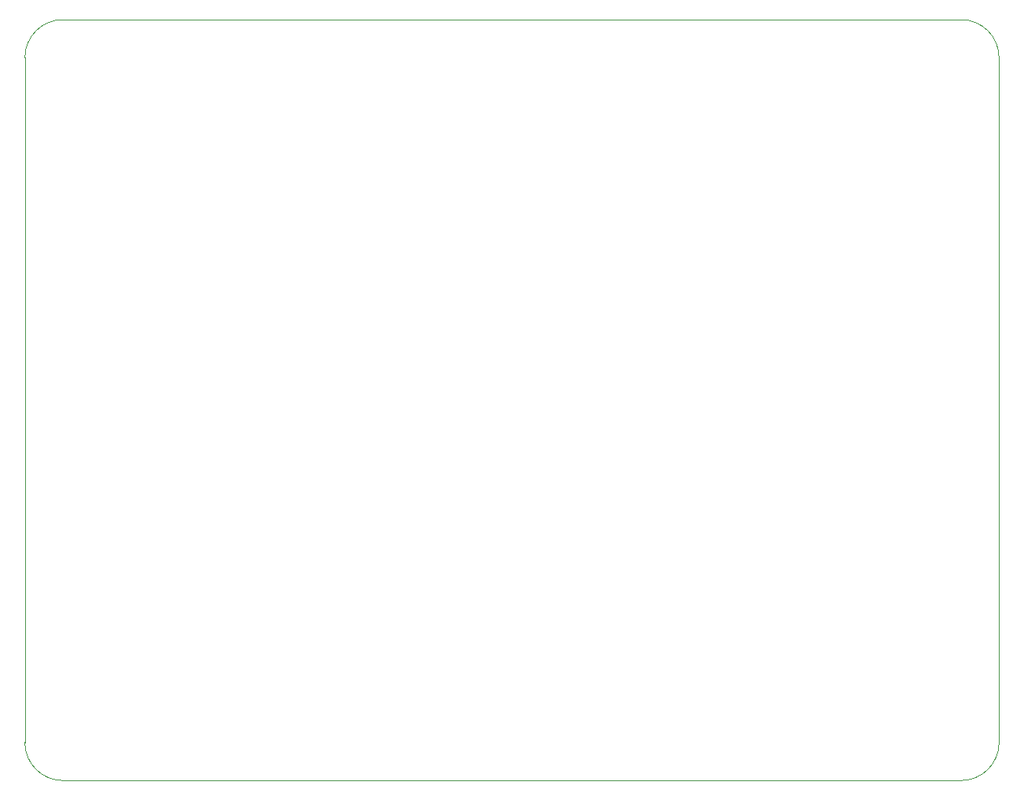
<source format=gbr>
%TF.GenerationSoftware,KiCad,Pcbnew,7.0.7*%
%TF.CreationDate,2024-05-18T15:39:26+02:00*%
%TF.ProjectId,Module_16S,4d6f6475-6c65-45f3-9136-532e6b696361,rev?*%
%TF.SameCoordinates,Original*%
%TF.FileFunction,Profile,NP*%
%FSLAX46Y46*%
G04 Gerber Fmt 4.6, Leading zero omitted, Abs format (unit mm)*
G04 Created by KiCad (PCBNEW 7.0.7) date 2024-05-18 15:39:26*
%MOMM*%
%LPD*%
G01*
G04 APERTURE LIST*
%TA.AperFunction,Profile*%
%ADD10C,0.100000*%
%TD*%
G04 APERTURE END LIST*
D10*
X100863400Y0D02*
G75*
G03*
X96774000Y4089400I-4089400J0D01*
G01*
X96774000Y4089400D02*
X0Y4089400D01*
X-4089400Y0D02*
X-4093358Y-73790958D01*
X96777958Y-77880358D02*
G75*
G03*
X100867358Y-73790958I2J4089398D01*
G01*
X-3958Y-77880358D02*
X96777958Y-77880358D01*
X0Y4089400D02*
G75*
G03*
X-4089400Y0I0J-4089400D01*
G01*
X100867358Y-73790958D02*
X100863400Y0D01*
X-4093358Y-73790958D02*
G75*
G03*
X-3958Y-77880358I4089398J-2D01*
G01*
M02*

</source>
